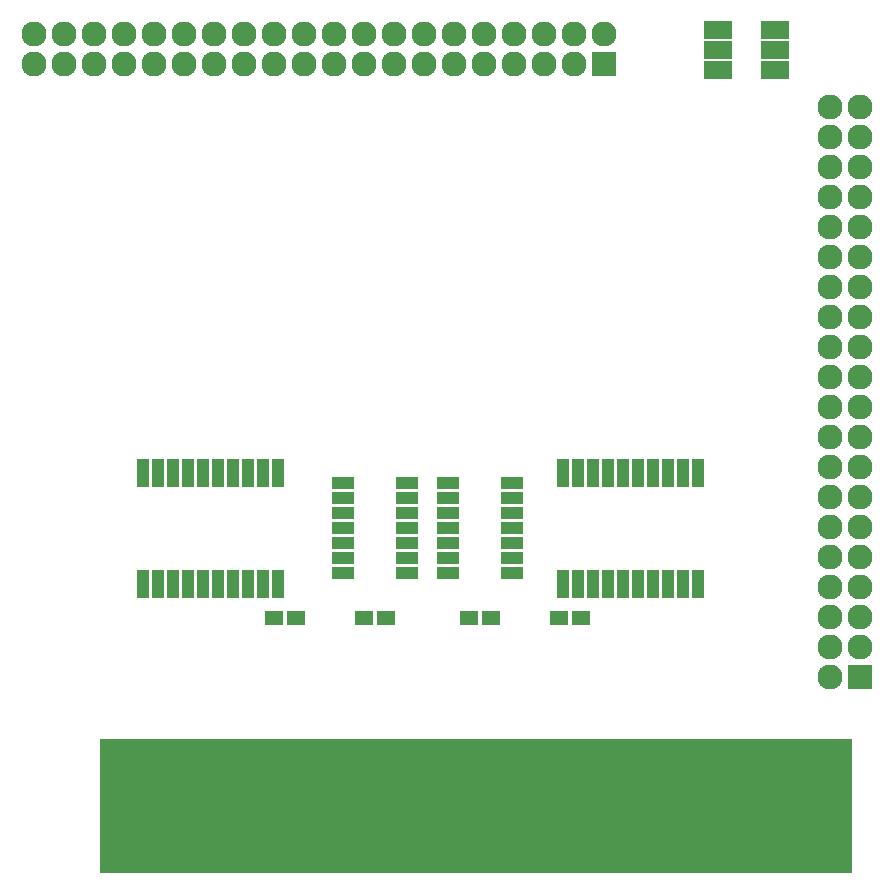
<source format=gbr>
G04 #@! TF.FileFunction,Soldermask,Top*
%FSLAX46Y46*%
G04 Gerber Fmt 4.6, Leading zero omitted, Abs format (unit mm)*
G04 Created by KiCad (PCBNEW 4.0.7) date 08/27/18 09:58:05*
%MOMM*%
%LPD*%
G01*
G04 APERTURE LIST*
%ADD10C,0.100000*%
%ADD11R,2.127200X2.127200*%
%ADD12O,2.127200X2.127200*%
%ADD13R,2.824000X11.460000*%
%ADD14R,2.400000X1.500000*%
%ADD15R,1.600000X1.150000*%
%ADD16R,1.000000X2.350000*%
%ADD17R,1.900000X1.000000*%
G04 APERTURE END LIST*
D10*
D11*
X180784000Y-126873000D03*
D12*
X178244000Y-126873000D03*
X180784000Y-124333000D03*
X178244000Y-124333000D03*
X180784000Y-121793000D03*
X178244000Y-121793000D03*
X180784000Y-119253000D03*
X178244000Y-119253000D03*
X180784000Y-116713000D03*
X178244000Y-116713000D03*
X180784000Y-114173000D03*
X178244000Y-114173000D03*
X180784000Y-111633000D03*
X178244000Y-111633000D03*
X180784000Y-109093000D03*
X178244000Y-109093000D03*
X180784000Y-106553000D03*
X178244000Y-106553000D03*
X180784000Y-104013000D03*
X178244000Y-104013000D03*
X180784000Y-101473000D03*
X178244000Y-101473000D03*
X180784000Y-98933000D03*
X178244000Y-98933000D03*
X180784000Y-96393000D03*
X178244000Y-96393000D03*
X180784000Y-93853000D03*
X178244000Y-93853000D03*
X180784000Y-91313000D03*
X178244000Y-91313000D03*
X180784000Y-88773000D03*
X178244000Y-88773000D03*
X180784000Y-86233000D03*
X178244000Y-86233000D03*
X180784000Y-83693000D03*
X178244000Y-83693000D03*
X180784000Y-81153000D03*
X178244000Y-81153000D03*
X180784000Y-78613000D03*
X178244000Y-78613000D03*
D13*
X178689000Y-137795000D03*
X176149000Y-137795000D03*
X173609000Y-137795000D03*
X171069000Y-137795000D03*
X168529000Y-137795000D03*
X165989000Y-137795000D03*
X163449000Y-137795000D03*
X160909000Y-137795000D03*
X158369000Y-137795000D03*
X155829000Y-137795000D03*
X153289000Y-137795000D03*
X150749000Y-137795000D03*
X148209000Y-137795000D03*
X145669000Y-137795000D03*
X143129000Y-137795000D03*
X140589000Y-137795000D03*
X138049000Y-137795000D03*
X135509000Y-137795000D03*
X132969000Y-137795000D03*
X130429000Y-137795000D03*
X127889000Y-137795000D03*
X125349000Y-137795000D03*
X122809000Y-137795000D03*
X120269000Y-137795000D03*
X117729000Y-137795000D03*
D14*
X168732000Y-72087000D03*
X168732000Y-73787000D03*
X168732000Y-75487000D03*
X173532000Y-75487000D03*
X173532000Y-73787000D03*
X173532000Y-72087000D03*
D11*
X159068000Y-74993500D03*
D12*
X159068000Y-72453500D03*
X156528000Y-74993500D03*
X156528000Y-72453500D03*
X153988000Y-74993500D03*
X153988000Y-72453500D03*
X151448000Y-74993500D03*
X151448000Y-72453500D03*
X148908000Y-74993500D03*
X148908000Y-72453500D03*
X146368000Y-74993500D03*
X146368000Y-72453500D03*
X143828000Y-74993500D03*
X143828000Y-72453500D03*
X141288000Y-74993500D03*
X141288000Y-72453500D03*
X138748000Y-74993500D03*
X138748000Y-72453500D03*
X136208000Y-74993500D03*
X136208000Y-72453500D03*
X133668000Y-74993500D03*
X133668000Y-72453500D03*
X131128000Y-74993500D03*
X131128000Y-72453500D03*
X128588000Y-74993500D03*
X128588000Y-72453500D03*
X126048000Y-74993500D03*
X126048000Y-72453500D03*
X123508000Y-74993500D03*
X123508000Y-72453500D03*
X120968000Y-74993500D03*
X120968000Y-72453500D03*
X118428000Y-74993500D03*
X118428000Y-72453500D03*
X115888000Y-74993500D03*
X115888000Y-72453500D03*
X113348000Y-74993500D03*
X113348000Y-72453500D03*
X110808000Y-74993500D03*
X110808000Y-72453500D03*
D15*
X131130000Y-121920000D03*
X133030000Y-121920000D03*
X138750000Y-121920000D03*
X140650000Y-121920000D03*
X149540000Y-121920000D03*
X147640000Y-121920000D03*
X155260000Y-121920000D03*
X157160000Y-121920000D03*
D16*
X131445000Y-109600000D03*
X130175000Y-109600000D03*
X128905000Y-109600000D03*
X127635000Y-109600000D03*
X126365000Y-109600000D03*
X125095000Y-109600000D03*
X123825000Y-109600000D03*
X122555000Y-109600000D03*
X121285000Y-109600000D03*
X120015000Y-109600000D03*
X120015000Y-119000000D03*
X121285000Y-119000000D03*
X122555000Y-119000000D03*
X123825000Y-119000000D03*
X125095000Y-119000000D03*
X126365000Y-119000000D03*
X127635000Y-119000000D03*
X128905000Y-119000000D03*
X130175000Y-119000000D03*
X131445000Y-119000000D03*
X167005000Y-109600000D03*
X165735000Y-109600000D03*
X164465000Y-109600000D03*
X163195000Y-109600000D03*
X161925000Y-109600000D03*
X160655000Y-109600000D03*
X159385000Y-109600000D03*
X158115000Y-109600000D03*
X156845000Y-109600000D03*
X155575000Y-109600000D03*
X155575000Y-119000000D03*
X156845000Y-119000000D03*
X158115000Y-119000000D03*
X159385000Y-119000000D03*
X160655000Y-119000000D03*
X161925000Y-119000000D03*
X163195000Y-119000000D03*
X164465000Y-119000000D03*
X165735000Y-119000000D03*
X167005000Y-119000000D03*
D17*
X151290000Y-118110000D03*
X151290000Y-116840000D03*
X151290000Y-115570000D03*
X151290000Y-114300000D03*
X151290000Y-113030000D03*
X151290000Y-111760000D03*
X151290000Y-110490000D03*
X145890000Y-110490000D03*
X145890000Y-111760000D03*
X145890000Y-113030000D03*
X145890000Y-114300000D03*
X145890000Y-115570000D03*
X145890000Y-116840000D03*
X145890000Y-118110000D03*
X142400000Y-118110000D03*
X142400000Y-116840000D03*
X142400000Y-115570000D03*
X142400000Y-114300000D03*
X142400000Y-113030000D03*
X142400000Y-111760000D03*
X142400000Y-110490000D03*
X137000000Y-110490000D03*
X137000000Y-111760000D03*
X137000000Y-113030000D03*
X137000000Y-114300000D03*
X137000000Y-115570000D03*
X137000000Y-116840000D03*
X137000000Y-118110000D03*
M02*

</source>
